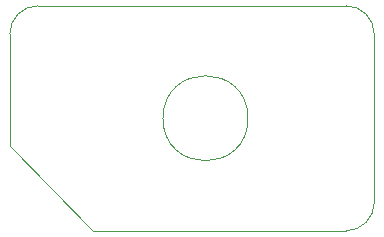
<source format=gbr>
%TF.GenerationSoftware,KiCad,Pcbnew,7.0.5*%
%TF.CreationDate,2024-03-20T17:14:58+08:00*%
%TF.ProjectId,ec11c,65633131-632e-46b6-9963-61645f706362,rev?*%
%TF.SameCoordinates,Original*%
%TF.FileFunction,Profile,NP*%
%FSLAX46Y46*%
G04 Gerber Fmt 4.6, Leading zero omitted, Abs format (unit mm)*
G04 Created by KiCad (PCBNEW 7.0.5) date 2024-03-20 17:14:58*
%MOMM*%
%LPD*%
G01*
G04 APERTURE LIST*
%TA.AperFunction,Profile*%
%ADD10C,0.100000*%
%TD*%
G04 APERTURE END LIST*
D10*
X105957906Y-129376663D02*
G75*
G03*
X103576906Y-126995663I-2380985J15D01*
G01*
X103576906Y-126995663D02*
X77477000Y-126995663D01*
X105957906Y-129376663D02*
X105958000Y-143664000D01*
X77477000Y-126995663D02*
G75*
G03*
X75096000Y-129376663I64J-2381064D01*
G01*
X103577000Y-146045000D02*
G75*
G03*
X105958000Y-143664000I-1J2381001D01*
G01*
X75096000Y-129376663D02*
X75096000Y-138901337D01*
X82145000Y-146045000D02*
X75096000Y-138901337D01*
X103577000Y-146045000D02*
X82145000Y-146045000D01*
%TO.C,K7*%
X95270000Y-136520000D02*
G75*
G03*
X95270000Y-136520000I-3600000J0D01*
G01*
%TD*%
M02*

</source>
